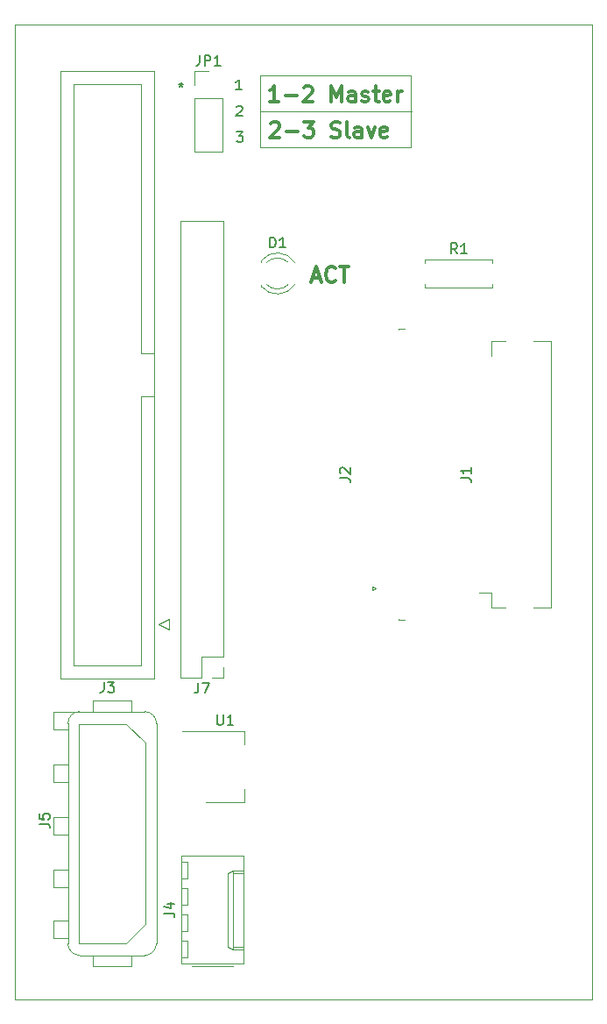
<source format=gbr>
G04 #@! TF.GenerationSoftware,KiCad,Pcbnew,5.1.8+dfsg1-1~bpo10+1*
G04 #@! TF.CreationDate,2020-11-27T20:05:00+01:00*
G04 #@! TF.ProjectId,SeagateST1adapter,53656167-6174-4655-9354-316164617074,1*
G04 #@! TF.SameCoordinates,Original*
G04 #@! TF.FileFunction,Legend,Top*
G04 #@! TF.FilePolarity,Positive*
%FSLAX46Y46*%
G04 Gerber Fmt 4.6, Leading zero omitted, Abs format (unit mm)*
G04 Created by KiCad (PCBNEW 5.1.8+dfsg1-1~bpo10+1) date 2020-11-27 20:05:00*
%MOMM*%
%LPD*%
G01*
G04 APERTURE LIST*
%ADD10C,0.300000*%
G04 #@! TA.AperFunction,Profile*
%ADD11C,0.050000*%
G04 #@! TD*
%ADD12C,0.120000*%
%ADD13C,0.150000*%
G04 APERTURE END LIST*
D10*
X110096428Y-95425000D02*
X110810714Y-95425000D01*
X109953571Y-95853571D02*
X110453571Y-94353571D01*
X110953571Y-95853571D01*
X112310714Y-95710714D02*
X112239285Y-95782142D01*
X112025000Y-95853571D01*
X111882142Y-95853571D01*
X111667857Y-95782142D01*
X111525000Y-95639285D01*
X111453571Y-95496428D01*
X111382142Y-95210714D01*
X111382142Y-94996428D01*
X111453571Y-94710714D01*
X111525000Y-94567857D01*
X111667857Y-94425000D01*
X111882142Y-94353571D01*
X112025000Y-94353571D01*
X112239285Y-94425000D01*
X112310714Y-94496428D01*
X112739285Y-94353571D02*
X113596428Y-94353571D01*
X113167857Y-95853571D02*
X113167857Y-94353571D01*
D11*
X81330800Y-165100000D02*
X81330800Y-70967600D01*
X137160000Y-165100000D02*
X81330800Y-165100000D01*
X137160000Y-70967600D02*
X137160000Y-165100000D01*
X81330800Y-70967600D02*
X137160000Y-70967600D01*
D12*
X105050000Y-79350000D02*
X119700000Y-79350000D01*
X119650000Y-75850000D02*
X105050000Y-75900000D01*
X119650000Y-82850000D02*
X119650000Y-75850000D01*
X105050000Y-82850000D02*
X119650000Y-82850000D01*
X105050000Y-75900000D02*
X105050000Y-82850000D01*
D13*
X102766666Y-81302380D02*
X103385714Y-81302380D01*
X103052380Y-81683333D01*
X103195238Y-81683333D01*
X103290476Y-81730952D01*
X103338095Y-81778571D01*
X103385714Y-81873809D01*
X103385714Y-82111904D01*
X103338095Y-82207142D01*
X103290476Y-82254761D01*
X103195238Y-82302380D01*
X102909523Y-82302380D01*
X102814285Y-82254761D01*
X102766666Y-82207142D01*
X102764285Y-78897619D02*
X102811904Y-78850000D01*
X102907142Y-78802380D01*
X103145238Y-78802380D01*
X103240476Y-78850000D01*
X103288095Y-78897619D01*
X103335714Y-78992857D01*
X103335714Y-79088095D01*
X103288095Y-79230952D01*
X102716666Y-79802380D01*
X103335714Y-79802380D01*
X103285714Y-77252380D02*
X102714285Y-77252380D01*
X103000000Y-77252380D02*
X103000000Y-76252380D01*
X102904761Y-76395238D01*
X102809523Y-76490476D01*
X102714285Y-76538095D01*
X97400000Y-76552380D02*
X97400000Y-76790476D01*
X97161904Y-76695238D02*
X97400000Y-76790476D01*
X97638095Y-76695238D01*
X97257142Y-76980952D02*
X97400000Y-76790476D01*
X97542857Y-76980952D01*
D10*
X106082142Y-80496428D02*
X106153571Y-80425000D01*
X106296428Y-80353571D01*
X106653571Y-80353571D01*
X106796428Y-80425000D01*
X106867857Y-80496428D01*
X106939285Y-80639285D01*
X106939285Y-80782142D01*
X106867857Y-80996428D01*
X106010714Y-81853571D01*
X106939285Y-81853571D01*
X107582142Y-81282142D02*
X108725000Y-81282142D01*
X109296428Y-80353571D02*
X110225000Y-80353571D01*
X109725000Y-80925000D01*
X109939285Y-80925000D01*
X110082142Y-80996428D01*
X110153571Y-81067857D01*
X110225000Y-81210714D01*
X110225000Y-81567857D01*
X110153571Y-81710714D01*
X110082142Y-81782142D01*
X109939285Y-81853571D01*
X109510714Y-81853571D01*
X109367857Y-81782142D01*
X109296428Y-81710714D01*
X111939285Y-81782142D02*
X112153571Y-81853571D01*
X112510714Y-81853571D01*
X112653571Y-81782142D01*
X112725000Y-81710714D01*
X112796428Y-81567857D01*
X112796428Y-81425000D01*
X112725000Y-81282142D01*
X112653571Y-81210714D01*
X112510714Y-81139285D01*
X112225000Y-81067857D01*
X112082142Y-80996428D01*
X112010714Y-80925000D01*
X111939285Y-80782142D01*
X111939285Y-80639285D01*
X112010714Y-80496428D01*
X112082142Y-80425000D01*
X112225000Y-80353571D01*
X112582142Y-80353571D01*
X112796428Y-80425000D01*
X113653571Y-81853571D02*
X113510714Y-81782142D01*
X113439285Y-81639285D01*
X113439285Y-80353571D01*
X114867857Y-81853571D02*
X114867857Y-81067857D01*
X114796428Y-80925000D01*
X114653571Y-80853571D01*
X114367857Y-80853571D01*
X114225000Y-80925000D01*
X114867857Y-81782142D02*
X114725000Y-81853571D01*
X114367857Y-81853571D01*
X114225000Y-81782142D01*
X114153571Y-81639285D01*
X114153571Y-81496428D01*
X114225000Y-81353571D01*
X114367857Y-81282142D01*
X114725000Y-81282142D01*
X114867857Y-81210714D01*
X115439285Y-80853571D02*
X115796428Y-81853571D01*
X116153571Y-80853571D01*
X117296428Y-81782142D02*
X117153571Y-81853571D01*
X116867857Y-81853571D01*
X116725000Y-81782142D01*
X116653571Y-81639285D01*
X116653571Y-81067857D01*
X116725000Y-80925000D01*
X116867857Y-80853571D01*
X117153571Y-80853571D01*
X117296428Y-80925000D01*
X117367857Y-81067857D01*
X117367857Y-81210714D01*
X116653571Y-81353571D01*
X106835714Y-78403571D02*
X105978571Y-78403571D01*
X106407142Y-78403571D02*
X106407142Y-76903571D01*
X106264285Y-77117857D01*
X106121428Y-77260714D01*
X105978571Y-77332142D01*
X107478571Y-77832142D02*
X108621428Y-77832142D01*
X109264285Y-77046428D02*
X109335714Y-76975000D01*
X109478571Y-76903571D01*
X109835714Y-76903571D01*
X109978571Y-76975000D01*
X110050000Y-77046428D01*
X110121428Y-77189285D01*
X110121428Y-77332142D01*
X110050000Y-77546428D01*
X109192857Y-78403571D01*
X110121428Y-78403571D01*
X111907142Y-78403571D02*
X111907142Y-76903571D01*
X112407142Y-77975000D01*
X112907142Y-76903571D01*
X112907142Y-78403571D01*
X114264285Y-78403571D02*
X114264285Y-77617857D01*
X114192857Y-77475000D01*
X114050000Y-77403571D01*
X113764285Y-77403571D01*
X113621428Y-77475000D01*
X114264285Y-78332142D02*
X114121428Y-78403571D01*
X113764285Y-78403571D01*
X113621428Y-78332142D01*
X113550000Y-78189285D01*
X113550000Y-78046428D01*
X113621428Y-77903571D01*
X113764285Y-77832142D01*
X114121428Y-77832142D01*
X114264285Y-77760714D01*
X114907142Y-78332142D02*
X115050000Y-78403571D01*
X115335714Y-78403571D01*
X115478571Y-78332142D01*
X115550000Y-78189285D01*
X115550000Y-78117857D01*
X115478571Y-77975000D01*
X115335714Y-77903571D01*
X115121428Y-77903571D01*
X114978571Y-77832142D01*
X114907142Y-77689285D01*
X114907142Y-77617857D01*
X114978571Y-77475000D01*
X115121428Y-77403571D01*
X115335714Y-77403571D01*
X115478571Y-77475000D01*
X115978571Y-77403571D02*
X116550000Y-77403571D01*
X116192857Y-76903571D02*
X116192857Y-78189285D01*
X116264285Y-78332142D01*
X116407142Y-78403571D01*
X116550000Y-78403571D01*
X117621428Y-78332142D02*
X117478571Y-78403571D01*
X117192857Y-78403571D01*
X117050000Y-78332142D01*
X116978571Y-78189285D01*
X116978571Y-77617857D01*
X117050000Y-77475000D01*
X117192857Y-77403571D01*
X117478571Y-77403571D01*
X117621428Y-77475000D01*
X117692857Y-77617857D01*
X117692857Y-77760714D01*
X116978571Y-77903571D01*
X118335714Y-78403571D02*
X118335714Y-77403571D01*
X118335714Y-77689285D02*
X118407142Y-77546428D01*
X118478571Y-77475000D01*
X118621428Y-77403571D01*
X118764285Y-77403571D01*
D12*
G04 #@! TO.C,U1*
X97550000Y-139240000D02*
X103560000Y-139240000D01*
X99800000Y-146060000D02*
X103560000Y-146060000D01*
X103560000Y-139240000D02*
X103560000Y-140500000D01*
X103560000Y-146060000D02*
X103560000Y-144800000D01*
G04 #@! TO.C,R1*
X127530000Y-96370000D02*
X127530000Y-96040000D01*
X120990000Y-96370000D02*
X127530000Y-96370000D01*
X120990000Y-96040000D02*
X120990000Y-96370000D01*
X127530000Y-93630000D02*
X127530000Y-93960000D01*
X120990000Y-93630000D02*
X127530000Y-93630000D01*
X120990000Y-93960000D02*
X120990000Y-93630000D01*
G04 #@! TO.C,D1*
X105160000Y-96080000D02*
X105160000Y-96236000D01*
X105160000Y-93764000D02*
X105160000Y-93920000D01*
X107761130Y-96079837D02*
G75*
G02*
X105679039Y-96080000I-1041130J1079837D01*
G01*
X107761130Y-93920163D02*
G75*
G03*
X105679039Y-93920000I-1041130J-1079837D01*
G01*
X108392335Y-96078608D02*
G75*
G02*
X105160000Y-96235516I-1672335J1078608D01*
G01*
X108392335Y-93921392D02*
G75*
G03*
X105160000Y-93764484I-1672335J-1078608D01*
G01*
G04 #@! TO.C,JP1*
X98720000Y-75470000D02*
X100050000Y-75470000D01*
X98720000Y-76800000D02*
X98720000Y-75470000D01*
X98720000Y-78070000D02*
X101380000Y-78070000D01*
X101380000Y-78070000D02*
X101380000Y-83210000D01*
X98720000Y-78070000D02*
X98720000Y-83210000D01*
X98720000Y-83210000D02*
X101380000Y-83210000D01*
G04 #@! TO.C,J7*
X101460000Y-134060000D02*
X100400000Y-134060000D01*
X101460000Y-133000000D02*
X101460000Y-134060000D01*
X99400000Y-134060000D02*
X97340000Y-134060000D01*
X99400000Y-132000000D02*
X99400000Y-134060000D01*
X101460000Y-132000000D02*
X99400000Y-132000000D01*
X97340000Y-134060000D02*
X97340000Y-89940000D01*
X101460000Y-132000000D02*
X101460000Y-89940000D01*
X101460000Y-89940000D02*
X97340000Y-89940000D01*
G04 #@! TO.C,J3*
X96230000Y-128400000D02*
X95230000Y-128900000D01*
X96230000Y-129400000D02*
X96230000Y-128400000D01*
X95230000Y-128900000D02*
X96230000Y-129400000D01*
X93530000Y-102720000D02*
X94840000Y-102720000D01*
X93530000Y-102720000D02*
X93530000Y-102720000D01*
X93530000Y-76730000D02*
X93530000Y-102720000D01*
X87030000Y-76730000D02*
X93530000Y-76730000D01*
X87030000Y-132810000D02*
X87030000Y-76730000D01*
X93530000Y-132810000D02*
X87030000Y-132810000D01*
X93530000Y-106820000D02*
X93530000Y-132810000D01*
X94840000Y-106820000D02*
X93530000Y-106820000D01*
X94840000Y-75430000D02*
X94840000Y-134110000D01*
X85720000Y-75430000D02*
X94840000Y-75430000D01*
X85720000Y-134110000D02*
X85720000Y-75430000D01*
X94840000Y-134110000D02*
X85720000Y-134110000D01*
G04 #@! TO.C,J5*
X85080000Y-154280000D02*
X85080000Y-152590000D01*
X85080000Y-152590000D02*
X86470000Y-152590000D01*
X86470000Y-154280000D02*
X85080000Y-154280000D01*
X86470000Y-149200000D02*
X85080000Y-149200000D01*
X85080000Y-147510000D02*
X86470000Y-147510000D01*
X85080000Y-149200000D02*
X85080000Y-147510000D01*
X85080000Y-144100000D02*
X85080000Y-142410000D01*
X86470000Y-144100000D02*
X85080000Y-144100000D01*
X85080000Y-142410000D02*
X86470000Y-142410000D01*
X86470000Y-159170000D02*
X85080000Y-159170000D01*
X85080000Y-157480000D02*
X86470000Y-157480000D01*
X85080000Y-159170000D02*
X85080000Y-157480000D01*
X85080000Y-139000000D02*
X85080000Y-137310000D01*
X86470000Y-139000000D02*
X85080000Y-139000000D01*
X88890000Y-161930000D02*
X88890000Y-160850000D01*
X92610000Y-161930000D02*
X88890000Y-161930000D01*
X92610000Y-160850000D02*
X92610000Y-161930000D01*
X88890000Y-136230000D02*
X88890000Y-137310000D01*
X92610000Y-136230000D02*
X88890000Y-136230000D01*
X92610000Y-137310000D02*
X92610000Y-136230000D01*
X87610000Y-160850000D02*
X93890000Y-160850000D01*
X86470000Y-138450000D02*
X86470000Y-159710000D01*
X93890000Y-137310000D02*
X85080000Y-137310000D01*
X95030000Y-159710000D02*
X95030000Y-138450000D01*
X92140000Y-159650000D02*
X87530000Y-159650000D01*
X93970000Y-157820000D02*
X92140000Y-159650000D01*
X93970000Y-140340000D02*
X93970000Y-157820000D01*
X92140000Y-138510000D02*
X93970000Y-140340000D01*
X87530000Y-138510000D02*
X92140000Y-138510000D01*
X87530000Y-159650000D02*
X87530000Y-138510000D01*
X95030000Y-159710000D02*
G75*
G02*
X93890000Y-160850000I-1140000J0D01*
G01*
X87610000Y-160850000D02*
G75*
G02*
X86470000Y-159710000I0J1140000D01*
G01*
X93890000Y-137310000D02*
G75*
G02*
X95030000Y-138450000I0J-1140000D01*
G01*
X86470000Y-138450000D02*
G75*
G02*
X87610000Y-137310000I1140000J0D01*
G01*
G04 #@! TO.C,J4*
X98020000Y-151830000D02*
X97420000Y-151830000D01*
X98020000Y-153430000D02*
X98020000Y-151830000D01*
X97420000Y-153430000D02*
X98020000Y-153430000D01*
X98020000Y-154370000D02*
X97420000Y-154370000D01*
X98020000Y-155970000D02*
X98020000Y-154370000D01*
X97420000Y-155970000D02*
X98020000Y-155970000D01*
X98020000Y-156910000D02*
X97420000Y-156910000D01*
X98020000Y-158510000D02*
X98020000Y-156910000D01*
X97420000Y-158510000D02*
X98020000Y-158510000D01*
X98020000Y-159450000D02*
X97420000Y-159450000D01*
X98020000Y-161050000D02*
X98020000Y-159450000D01*
X97420000Y-161050000D02*
X98020000Y-161050000D01*
X103440000Y-152880000D02*
X102440000Y-152880000D01*
X103440000Y-160000000D02*
X102440000Y-160000000D01*
X101910000Y-152880000D02*
X102440000Y-152630000D01*
X101910000Y-160000000D02*
X101910000Y-152880000D01*
X102440000Y-160250000D02*
X101910000Y-160000000D01*
X102440000Y-152630000D02*
X103440000Y-152630000D01*
X102440000Y-160250000D02*
X102440000Y-152630000D01*
X103440000Y-160250000D02*
X102440000Y-160250000D01*
X98450000Y-161920000D02*
X102450000Y-161920000D01*
X97420000Y-151250000D02*
X97420000Y-161630000D01*
X103440000Y-151250000D02*
X97420000Y-151250000D01*
X103440000Y-161630000D02*
X103440000Y-151250000D01*
X97420000Y-161630000D02*
X103440000Y-161630000D01*
G04 #@! TO.C,J2*
X115850000Y-125200000D02*
X115850000Y-125600000D01*
X116250000Y-125400000D02*
X115850000Y-125200000D01*
X115850000Y-125600000D02*
X116250000Y-125400000D01*
X118440000Y-100325000D02*
X119040000Y-100325000D01*
X118440000Y-100435000D02*
X118440000Y-100325000D01*
X118440000Y-128475000D02*
X119040000Y-128475000D01*
X118440000Y-128365000D02*
X118440000Y-128475000D01*
G04 #@! TO.C,J1*
X127400000Y-125810000D02*
X126200000Y-125810000D01*
X133200000Y-101500000D02*
X131460000Y-101500000D01*
X133200000Y-127300000D02*
X133200000Y-101500000D01*
X131460000Y-127300000D02*
X133200000Y-127300000D01*
X127400000Y-101500000D02*
X128740000Y-101500000D01*
X127400000Y-102990000D02*
X127400000Y-101500000D01*
X127400000Y-127300000D02*
X128740000Y-127300000D01*
X127400000Y-125810000D02*
X127400000Y-127300000D01*
G04 #@! TD*
G04 #@! TO.C,U1*
D13*
X100888095Y-137602380D02*
X100888095Y-138411904D01*
X100935714Y-138507142D01*
X100983333Y-138554761D01*
X101078571Y-138602380D01*
X101269047Y-138602380D01*
X101364285Y-138554761D01*
X101411904Y-138507142D01*
X101459523Y-138411904D01*
X101459523Y-137602380D01*
X102459523Y-138602380D02*
X101888095Y-138602380D01*
X102173809Y-138602380D02*
X102173809Y-137602380D01*
X102078571Y-137745238D01*
X101983333Y-137840476D01*
X101888095Y-137888095D01*
G04 #@! TO.C,R1*
X124093333Y-93082380D02*
X123760000Y-92606190D01*
X123521904Y-93082380D02*
X123521904Y-92082380D01*
X123902857Y-92082380D01*
X123998095Y-92130000D01*
X124045714Y-92177619D01*
X124093333Y-92272857D01*
X124093333Y-92415714D01*
X124045714Y-92510952D01*
X123998095Y-92558571D01*
X123902857Y-92606190D01*
X123521904Y-92606190D01*
X125045714Y-93082380D02*
X124474285Y-93082380D01*
X124760000Y-93082380D02*
X124760000Y-92082380D01*
X124664761Y-92225238D01*
X124569523Y-92320476D01*
X124474285Y-92368095D01*
G04 #@! TO.C,D1*
X105981904Y-92492380D02*
X105981904Y-91492380D01*
X106220000Y-91492380D01*
X106362857Y-91540000D01*
X106458095Y-91635238D01*
X106505714Y-91730476D01*
X106553333Y-91920952D01*
X106553333Y-92063809D01*
X106505714Y-92254285D01*
X106458095Y-92349523D01*
X106362857Y-92444761D01*
X106220000Y-92492380D01*
X105981904Y-92492380D01*
X107505714Y-92492380D02*
X106934285Y-92492380D01*
X107220000Y-92492380D02*
X107220000Y-91492380D01*
X107124761Y-91635238D01*
X107029523Y-91730476D01*
X106934285Y-91778095D01*
G04 #@! TO.C,JP1*
X99216666Y-73922380D02*
X99216666Y-74636666D01*
X99169047Y-74779523D01*
X99073809Y-74874761D01*
X98930952Y-74922380D01*
X98835714Y-74922380D01*
X99692857Y-74922380D02*
X99692857Y-73922380D01*
X100073809Y-73922380D01*
X100169047Y-73970000D01*
X100216666Y-74017619D01*
X100264285Y-74112857D01*
X100264285Y-74255714D01*
X100216666Y-74350952D01*
X100169047Y-74398571D01*
X100073809Y-74446190D01*
X99692857Y-74446190D01*
X101216666Y-74922380D02*
X100645238Y-74922380D01*
X100930952Y-74922380D02*
X100930952Y-73922380D01*
X100835714Y-74065238D01*
X100740476Y-74160476D01*
X100645238Y-74208095D01*
G04 #@! TO.C,J7*
X99066666Y-134512380D02*
X99066666Y-135226666D01*
X99019047Y-135369523D01*
X98923809Y-135464761D01*
X98780952Y-135512380D01*
X98685714Y-135512380D01*
X99447619Y-134512380D02*
X100114285Y-134512380D01*
X99685714Y-135512380D01*
G04 #@! TO.C,J3*
X89946666Y-134452380D02*
X89946666Y-135166666D01*
X89899047Y-135309523D01*
X89803809Y-135404761D01*
X89660952Y-135452380D01*
X89565714Y-135452380D01*
X90327619Y-134452380D02*
X90946666Y-134452380D01*
X90613333Y-134833333D01*
X90756190Y-134833333D01*
X90851428Y-134880952D01*
X90899047Y-134928571D01*
X90946666Y-135023809D01*
X90946666Y-135261904D01*
X90899047Y-135357142D01*
X90851428Y-135404761D01*
X90756190Y-135452380D01*
X90470476Y-135452380D01*
X90375238Y-135404761D01*
X90327619Y-135357142D01*
G04 #@! TO.C,J5*
X83702380Y-148143333D02*
X84416666Y-148143333D01*
X84559523Y-148190952D01*
X84654761Y-148286190D01*
X84702380Y-148429047D01*
X84702380Y-148524285D01*
X83702380Y-147190952D02*
X83702380Y-147667142D01*
X84178571Y-147714761D01*
X84130952Y-147667142D01*
X84083333Y-147571904D01*
X84083333Y-147333809D01*
X84130952Y-147238571D01*
X84178571Y-147190952D01*
X84273809Y-147143333D01*
X84511904Y-147143333D01*
X84607142Y-147190952D01*
X84654761Y-147238571D01*
X84702380Y-147333809D01*
X84702380Y-147571904D01*
X84654761Y-147667142D01*
X84607142Y-147714761D01*
G04 #@! TO.C,J4*
X95782380Y-156773333D02*
X96496666Y-156773333D01*
X96639523Y-156820952D01*
X96734761Y-156916190D01*
X96782380Y-157059047D01*
X96782380Y-157154285D01*
X96115714Y-155868571D02*
X96782380Y-155868571D01*
X95734761Y-156106666D02*
X96449047Y-156344761D01*
X96449047Y-155725714D01*
G04 #@! TO.C,J2*
X112752380Y-114733333D02*
X113466666Y-114733333D01*
X113609523Y-114780952D01*
X113704761Y-114876190D01*
X113752380Y-115019047D01*
X113752380Y-115114285D01*
X112847619Y-114304761D02*
X112800000Y-114257142D01*
X112752380Y-114161904D01*
X112752380Y-113923809D01*
X112800000Y-113828571D01*
X112847619Y-113780952D01*
X112942857Y-113733333D01*
X113038095Y-113733333D01*
X113180952Y-113780952D01*
X113752380Y-114352380D01*
X113752380Y-113733333D01*
G04 #@! TO.C,J1*
X124452380Y-114733333D02*
X125166666Y-114733333D01*
X125309523Y-114780952D01*
X125404761Y-114876190D01*
X125452380Y-115019047D01*
X125452380Y-115114285D01*
X125452380Y-113733333D02*
X125452380Y-114304761D01*
X125452380Y-114019047D02*
X124452380Y-114019047D01*
X124595238Y-114114285D01*
X124690476Y-114209523D01*
X124738095Y-114304761D01*
G04 #@! TD*
M02*

</source>
